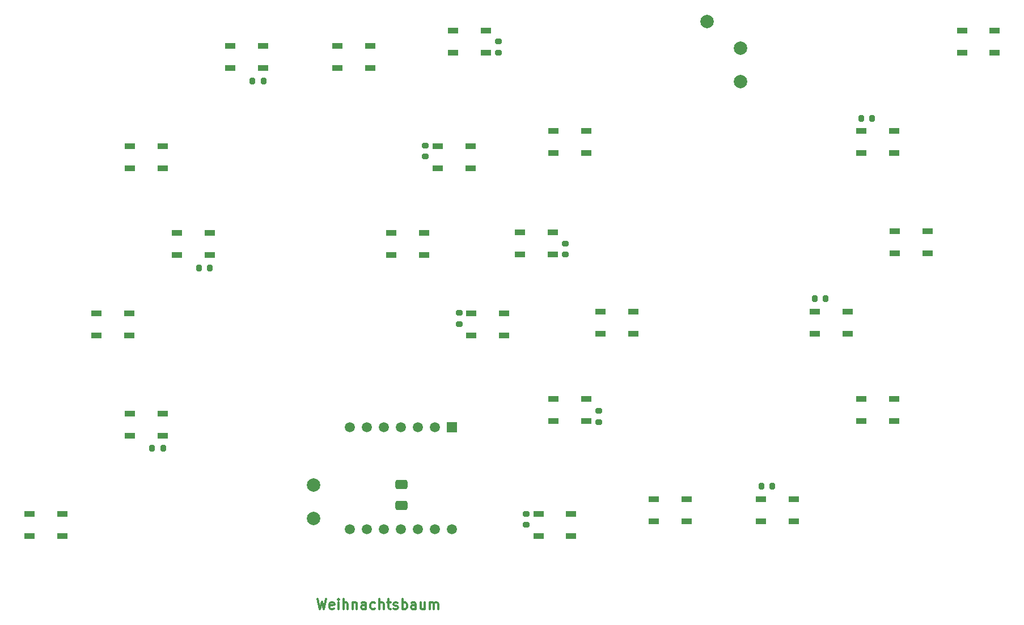
<source format=gbr>
%TF.GenerationSoftware,KiCad,Pcbnew,8.0.3*%
%TF.CreationDate,2024-12-20T11:05:53+01:00*%
%TF.ProjectId,christmas-tree,63687269-7374-46d6-9173-2d747265652e,rev?*%
%TF.SameCoordinates,Original*%
%TF.FileFunction,Soldermask,Top*%
%TF.FilePolarity,Negative*%
%FSLAX46Y46*%
G04 Gerber Fmt 4.6, Leading zero omitted, Abs format (unit mm)*
G04 Created by KiCad (PCBNEW 8.0.3) date 2024-12-20 11:05:53*
%MOMM*%
%LPD*%
G01*
G04 APERTURE LIST*
G04 Aperture macros list*
%AMRoundRect*
0 Rectangle with rounded corners*
0 $1 Rounding radius*
0 $2 $3 $4 $5 $6 $7 $8 $9 X,Y pos of 4 corners*
0 Add a 4 corners polygon primitive as box body*
4,1,4,$2,$3,$4,$5,$6,$7,$8,$9,$2,$3,0*
0 Add four circle primitives for the rounded corners*
1,1,$1+$1,$2,$3*
1,1,$1+$1,$4,$5*
1,1,$1+$1,$6,$7*
1,1,$1+$1,$8,$9*
0 Add four rect primitives between the rounded corners*
20,1,$1+$1,$2,$3,$4,$5,0*
20,1,$1+$1,$4,$5,$6,$7,0*
20,1,$1+$1,$6,$7,$8,$9,0*
20,1,$1+$1,$8,$9,$2,$3,0*%
G04 Aperture macros list end*
%ADD10C,0.300000*%
%ADD11C,2.000000*%
%ADD12RoundRect,0.200000X-0.275000X0.200000X-0.275000X-0.200000X0.275000X-0.200000X0.275000X0.200000X0*%
%ADD13R,1.500000X0.900000*%
%ADD14RoundRect,0.200000X0.200000X0.275000X-0.200000X0.275000X-0.200000X-0.275000X0.200000X-0.275000X0*%
%ADD15RoundRect,0.250000X-0.650000X0.412500X-0.650000X-0.412500X0.650000X-0.412500X0.650000X0.412500X0*%
%ADD16RoundRect,0.200000X0.275000X-0.200000X0.275000X0.200000X-0.275000X0.200000X-0.275000X-0.200000X0*%
%ADD17RoundRect,0.200000X-0.200000X-0.275000X0.200000X-0.275000X0.200000X0.275000X-0.200000X0.275000X0*%
%ADD18R,1.500000X1.500000*%
%ADD19C,1.500000*%
G04 APERTURE END LIST*
D10*
X103136653Y-157480828D02*
X103493796Y-158980828D01*
X103493796Y-158980828D02*
X103779510Y-157909400D01*
X103779510Y-157909400D02*
X104065225Y-158980828D01*
X104065225Y-158980828D02*
X104422368Y-157480828D01*
X105565225Y-158909400D02*
X105422368Y-158980828D01*
X105422368Y-158980828D02*
X105136654Y-158980828D01*
X105136654Y-158980828D02*
X104993796Y-158909400D01*
X104993796Y-158909400D02*
X104922368Y-158766542D01*
X104922368Y-158766542D02*
X104922368Y-158195114D01*
X104922368Y-158195114D02*
X104993796Y-158052257D01*
X104993796Y-158052257D02*
X105136654Y-157980828D01*
X105136654Y-157980828D02*
X105422368Y-157980828D01*
X105422368Y-157980828D02*
X105565225Y-158052257D01*
X105565225Y-158052257D02*
X105636654Y-158195114D01*
X105636654Y-158195114D02*
X105636654Y-158337971D01*
X105636654Y-158337971D02*
X104922368Y-158480828D01*
X106279510Y-158980828D02*
X106279510Y-157980828D01*
X106279510Y-157480828D02*
X106208082Y-157552257D01*
X106208082Y-157552257D02*
X106279510Y-157623685D01*
X106279510Y-157623685D02*
X106350939Y-157552257D01*
X106350939Y-157552257D02*
X106279510Y-157480828D01*
X106279510Y-157480828D02*
X106279510Y-157623685D01*
X106993796Y-158980828D02*
X106993796Y-157480828D01*
X107636654Y-158980828D02*
X107636654Y-158195114D01*
X107636654Y-158195114D02*
X107565225Y-158052257D01*
X107565225Y-158052257D02*
X107422368Y-157980828D01*
X107422368Y-157980828D02*
X107208082Y-157980828D01*
X107208082Y-157980828D02*
X107065225Y-158052257D01*
X107065225Y-158052257D02*
X106993796Y-158123685D01*
X108350939Y-157980828D02*
X108350939Y-158980828D01*
X108350939Y-158123685D02*
X108422368Y-158052257D01*
X108422368Y-158052257D02*
X108565225Y-157980828D01*
X108565225Y-157980828D02*
X108779511Y-157980828D01*
X108779511Y-157980828D02*
X108922368Y-158052257D01*
X108922368Y-158052257D02*
X108993797Y-158195114D01*
X108993797Y-158195114D02*
X108993797Y-158980828D01*
X110350940Y-158980828D02*
X110350940Y-158195114D01*
X110350940Y-158195114D02*
X110279511Y-158052257D01*
X110279511Y-158052257D02*
X110136654Y-157980828D01*
X110136654Y-157980828D02*
X109850940Y-157980828D01*
X109850940Y-157980828D02*
X109708082Y-158052257D01*
X110350940Y-158909400D02*
X110208082Y-158980828D01*
X110208082Y-158980828D02*
X109850940Y-158980828D01*
X109850940Y-158980828D02*
X109708082Y-158909400D01*
X109708082Y-158909400D02*
X109636654Y-158766542D01*
X109636654Y-158766542D02*
X109636654Y-158623685D01*
X109636654Y-158623685D02*
X109708082Y-158480828D01*
X109708082Y-158480828D02*
X109850940Y-158409400D01*
X109850940Y-158409400D02*
X110208082Y-158409400D01*
X110208082Y-158409400D02*
X110350940Y-158337971D01*
X111708083Y-158909400D02*
X111565225Y-158980828D01*
X111565225Y-158980828D02*
X111279511Y-158980828D01*
X111279511Y-158980828D02*
X111136654Y-158909400D01*
X111136654Y-158909400D02*
X111065225Y-158837971D01*
X111065225Y-158837971D02*
X110993797Y-158695114D01*
X110993797Y-158695114D02*
X110993797Y-158266542D01*
X110993797Y-158266542D02*
X111065225Y-158123685D01*
X111065225Y-158123685D02*
X111136654Y-158052257D01*
X111136654Y-158052257D02*
X111279511Y-157980828D01*
X111279511Y-157980828D02*
X111565225Y-157980828D01*
X111565225Y-157980828D02*
X111708083Y-158052257D01*
X112350939Y-158980828D02*
X112350939Y-157480828D01*
X112993797Y-158980828D02*
X112993797Y-158195114D01*
X112993797Y-158195114D02*
X112922368Y-158052257D01*
X112922368Y-158052257D02*
X112779511Y-157980828D01*
X112779511Y-157980828D02*
X112565225Y-157980828D01*
X112565225Y-157980828D02*
X112422368Y-158052257D01*
X112422368Y-158052257D02*
X112350939Y-158123685D01*
X113493797Y-157980828D02*
X114065225Y-157980828D01*
X113708082Y-157480828D02*
X113708082Y-158766542D01*
X113708082Y-158766542D02*
X113779511Y-158909400D01*
X113779511Y-158909400D02*
X113922368Y-158980828D01*
X113922368Y-158980828D02*
X114065225Y-158980828D01*
X114493797Y-158909400D02*
X114636654Y-158980828D01*
X114636654Y-158980828D02*
X114922368Y-158980828D01*
X114922368Y-158980828D02*
X115065225Y-158909400D01*
X115065225Y-158909400D02*
X115136654Y-158766542D01*
X115136654Y-158766542D02*
X115136654Y-158695114D01*
X115136654Y-158695114D02*
X115065225Y-158552257D01*
X115065225Y-158552257D02*
X114922368Y-158480828D01*
X114922368Y-158480828D02*
X114708083Y-158480828D01*
X114708083Y-158480828D02*
X114565225Y-158409400D01*
X114565225Y-158409400D02*
X114493797Y-158266542D01*
X114493797Y-158266542D02*
X114493797Y-158195114D01*
X114493797Y-158195114D02*
X114565225Y-158052257D01*
X114565225Y-158052257D02*
X114708083Y-157980828D01*
X114708083Y-157980828D02*
X114922368Y-157980828D01*
X114922368Y-157980828D02*
X115065225Y-158052257D01*
X115779511Y-158980828D02*
X115779511Y-157480828D01*
X115779511Y-158052257D02*
X115922369Y-157980828D01*
X115922369Y-157980828D02*
X116208083Y-157980828D01*
X116208083Y-157980828D02*
X116350940Y-158052257D01*
X116350940Y-158052257D02*
X116422369Y-158123685D01*
X116422369Y-158123685D02*
X116493797Y-158266542D01*
X116493797Y-158266542D02*
X116493797Y-158695114D01*
X116493797Y-158695114D02*
X116422369Y-158837971D01*
X116422369Y-158837971D02*
X116350940Y-158909400D01*
X116350940Y-158909400D02*
X116208083Y-158980828D01*
X116208083Y-158980828D02*
X115922369Y-158980828D01*
X115922369Y-158980828D02*
X115779511Y-158909400D01*
X117779512Y-158980828D02*
X117779512Y-158195114D01*
X117779512Y-158195114D02*
X117708083Y-158052257D01*
X117708083Y-158052257D02*
X117565226Y-157980828D01*
X117565226Y-157980828D02*
X117279512Y-157980828D01*
X117279512Y-157980828D02*
X117136654Y-158052257D01*
X117779512Y-158909400D02*
X117636654Y-158980828D01*
X117636654Y-158980828D02*
X117279512Y-158980828D01*
X117279512Y-158980828D02*
X117136654Y-158909400D01*
X117136654Y-158909400D02*
X117065226Y-158766542D01*
X117065226Y-158766542D02*
X117065226Y-158623685D01*
X117065226Y-158623685D02*
X117136654Y-158480828D01*
X117136654Y-158480828D02*
X117279512Y-158409400D01*
X117279512Y-158409400D02*
X117636654Y-158409400D01*
X117636654Y-158409400D02*
X117779512Y-158337971D01*
X119136655Y-157980828D02*
X119136655Y-158980828D01*
X118493797Y-157980828D02*
X118493797Y-158766542D01*
X118493797Y-158766542D02*
X118565226Y-158909400D01*
X118565226Y-158909400D02*
X118708083Y-158980828D01*
X118708083Y-158980828D02*
X118922369Y-158980828D01*
X118922369Y-158980828D02*
X119065226Y-158909400D01*
X119065226Y-158909400D02*
X119136655Y-158837971D01*
X119850940Y-158980828D02*
X119850940Y-157980828D01*
X119850940Y-158123685D02*
X119922369Y-158052257D01*
X119922369Y-158052257D02*
X120065226Y-157980828D01*
X120065226Y-157980828D02*
X120279512Y-157980828D01*
X120279512Y-157980828D02*
X120422369Y-158052257D01*
X120422369Y-158052257D02*
X120493798Y-158195114D01*
X120493798Y-158195114D02*
X120493798Y-158980828D01*
X120493798Y-158195114D02*
X120565226Y-158052257D01*
X120565226Y-158052257D02*
X120708083Y-157980828D01*
X120708083Y-157980828D02*
X120922369Y-157980828D01*
X120922369Y-157980828D02*
X121065226Y-158052257D01*
X121065226Y-158052257D02*
X121136655Y-158195114D01*
X121136655Y-158195114D02*
X121136655Y-158980828D01*
D11*
%TO.C,5V2*%
X166300000Y-80197299D03*
%TD*%
D12*
%TO.C,C104*%
X119250000Y-89725000D03*
X119250000Y-91375000D03*
%TD*%
D13*
%TO.C,D134*%
X204250000Y-75850000D03*
X204250000Y-72550000D03*
X199350000Y-72550000D03*
X199350000Y-75850000D03*
%TD*%
D14*
%TO.C,C108*%
X87075000Y-108050000D03*
X85425000Y-108050000D03*
%TD*%
D15*
%TO.C,C124*%
X115650000Y-140387500D03*
X115650000Y-143512500D03*
%TD*%
D13*
%TO.C,D102*%
X131000000Y-118100000D03*
X131000000Y-114800000D03*
X126100000Y-114800000D03*
X126100000Y-118100000D03*
%TD*%
%TO.C,D132*%
X194250000Y-105850000D03*
X194250000Y-102550000D03*
X189350000Y-102550000D03*
X189350000Y-105850000D03*
%TD*%
%TO.C,D126*%
X150250000Y-117850000D03*
X150250000Y-114550000D03*
X145350000Y-114550000D03*
X145350000Y-117850000D03*
%TD*%
%TO.C,D103*%
X114100000Y-102800000D03*
X114100000Y-106100000D03*
X119000000Y-106100000D03*
X119000000Y-102800000D03*
%TD*%
%TO.C,D131*%
X182250000Y-117850000D03*
X182250000Y-114550000D03*
X177350000Y-114550000D03*
X177350000Y-117850000D03*
%TD*%
%TO.C,D111*%
X60100000Y-144800000D03*
X60100000Y-148100000D03*
X65000000Y-148100000D03*
X65000000Y-144800000D03*
%TD*%
%TO.C,D109*%
X70100000Y-114800000D03*
X70100000Y-118100000D03*
X75000000Y-118100000D03*
X75000000Y-114800000D03*
%TD*%
%TO.C,D104*%
X126000000Y-93100000D03*
X126000000Y-89800000D03*
X121100000Y-89800000D03*
X121100000Y-93100000D03*
%TD*%
D14*
%TO.C,C106*%
X95075000Y-80050000D03*
X93425000Y-80050000D03*
%TD*%
D13*
%TO.C,D129*%
X174250000Y-145850000D03*
X174250000Y-142550000D03*
X169350000Y-142550000D03*
X169350000Y-145850000D03*
%TD*%
D11*
%TO.C,5V1*%
X102550000Y-140450000D03*
%TD*%
D13*
%TO.C,D125*%
X133350000Y-102650000D03*
X133350000Y-105950000D03*
X138250000Y-105950000D03*
X138250000Y-102650000D03*
%TD*%
%TO.C,D130*%
X189250000Y-130850000D03*
X189250000Y-127550000D03*
X184350000Y-127550000D03*
X184350000Y-130850000D03*
%TD*%
%TO.C,D107*%
X75100000Y-89800000D03*
X75100000Y-93100000D03*
X80000000Y-93100000D03*
X80000000Y-89800000D03*
%TD*%
D16*
%TO.C,C116*%
X145100000Y-131025000D03*
X145100000Y-129375000D03*
%TD*%
%TO.C,C112*%
X130100000Y-75825000D03*
X130100000Y-74175000D03*
%TD*%
D13*
%TO.C,D127*%
X138350000Y-127550000D03*
X138350000Y-130850000D03*
X143250000Y-130850000D03*
X143250000Y-127550000D03*
%TD*%
D12*
%TO.C,C101*%
X134250000Y-144725000D03*
X134250000Y-146375000D03*
%TD*%
D13*
%TO.C,D133*%
X189250000Y-90850000D03*
X189250000Y-87550000D03*
X184350000Y-87550000D03*
X184350000Y-90850000D03*
%TD*%
D11*
%TO.C,DIN1*%
X161300000Y-71197299D03*
%TD*%
D13*
%TO.C,D108*%
X82100000Y-102800000D03*
X82100000Y-106100000D03*
X87000000Y-106100000D03*
X87000000Y-102800000D03*
%TD*%
%TO.C,D124*%
X143250000Y-90850000D03*
X143250000Y-87550000D03*
X138350000Y-87550000D03*
X138350000Y-90850000D03*
%TD*%
D17*
%TO.C,C120*%
X177375000Y-112600000D03*
X179025000Y-112600000D03*
%TD*%
D11*
%TO.C,GND2*%
X166300000Y-75197299D03*
%TD*%
%TO.C,GND1*%
X102550000Y-145450000D03*
%TD*%
D17*
%TO.C,C122*%
X184275000Y-85700000D03*
X185925000Y-85700000D03*
%TD*%
D13*
%TO.C,D110*%
X75100000Y-129800000D03*
X75100000Y-133100000D03*
X80000000Y-133100000D03*
X80000000Y-129800000D03*
%TD*%
%TO.C,D101*%
X141000000Y-148100000D03*
X141000000Y-144800000D03*
X136100000Y-144800000D03*
X136100000Y-148100000D03*
%TD*%
D18*
%TO.C,U101*%
X123170000Y-131830000D03*
D19*
X120630000Y-131830000D03*
X118090000Y-131830000D03*
X115550000Y-131830000D03*
X113010000Y-131830000D03*
X110470000Y-131830000D03*
X107930000Y-131830000D03*
X107930000Y-147070000D03*
X110470000Y-147070000D03*
X113010000Y-147070000D03*
X115550000Y-147070000D03*
X118090000Y-147070000D03*
X120630000Y-147070000D03*
X123170000Y-147070000D03*
%TD*%
D13*
%TO.C,D128*%
X158250000Y-145850000D03*
X158250000Y-142550000D03*
X153350000Y-142550000D03*
X153350000Y-145850000D03*
%TD*%
%TO.C,D105*%
X106100000Y-74800000D03*
X106100000Y-78100000D03*
X111000000Y-78100000D03*
X111000000Y-74800000D03*
%TD*%
D16*
%TO.C,C114*%
X140100000Y-106025000D03*
X140100000Y-104375000D03*
%TD*%
D14*
%TO.C,C110*%
X80075000Y-134950000D03*
X78425000Y-134950000D03*
%TD*%
D17*
%TO.C,C118*%
X169375000Y-140600000D03*
X171025000Y-140600000D03*
%TD*%
D13*
%TO.C,D106*%
X90100000Y-74800000D03*
X90100000Y-78100000D03*
X95000000Y-78100000D03*
X95000000Y-74800000D03*
%TD*%
D12*
%TO.C,C102*%
X124250000Y-114725000D03*
X124250000Y-116375000D03*
%TD*%
D13*
%TO.C,D123*%
X123350000Y-72550000D03*
X123350000Y-75850000D03*
X128250000Y-75850000D03*
X128250000Y-72550000D03*
%TD*%
M02*

</source>
